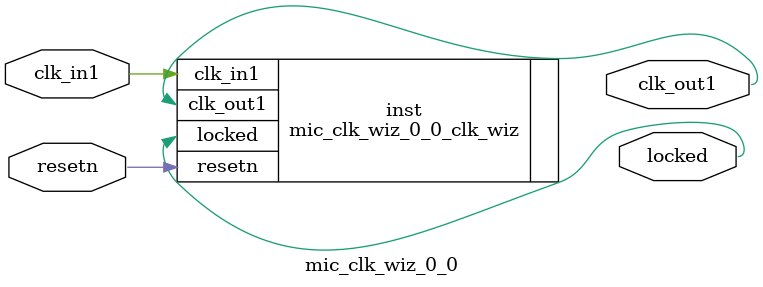
<source format=v>


`timescale 1ps/1ps

(* CORE_GENERATION_INFO = "mic_clk_wiz_0_0,clk_wiz_v6_0_2_0_0,{component_name=mic_clk_wiz_0_0,use_phase_alignment=true,use_min_o_jitter=false,use_max_i_jitter=false,use_dyn_phase_shift=false,use_inclk_switchover=false,use_dyn_reconfig=false,enable_axi=0,feedback_source=FDBK_AUTO,PRIMITIVE=MMCM,num_out_clk=1,clkin1_period=10.000,clkin2_period=10.000,use_power_down=false,use_reset=true,use_locked=true,use_inclk_stopped=false,feedback_type=SINGLE,CLOCK_MGR_TYPE=NA,manual_override=false}" *)

module mic_clk_wiz_0_0 
 (
  // Clock out ports
  output        clk_out1,
  // Status and control signals
  input         resetn,
  output        locked,
 // Clock in ports
  input         clk_in1
 );

  mic_clk_wiz_0_0_clk_wiz inst
  (
  // Clock out ports  
  .clk_out1(clk_out1),
  // Status and control signals               
  .resetn(resetn), 
  .locked(locked),
 // Clock in ports
  .clk_in1(clk_in1)
  );

endmodule

</source>
